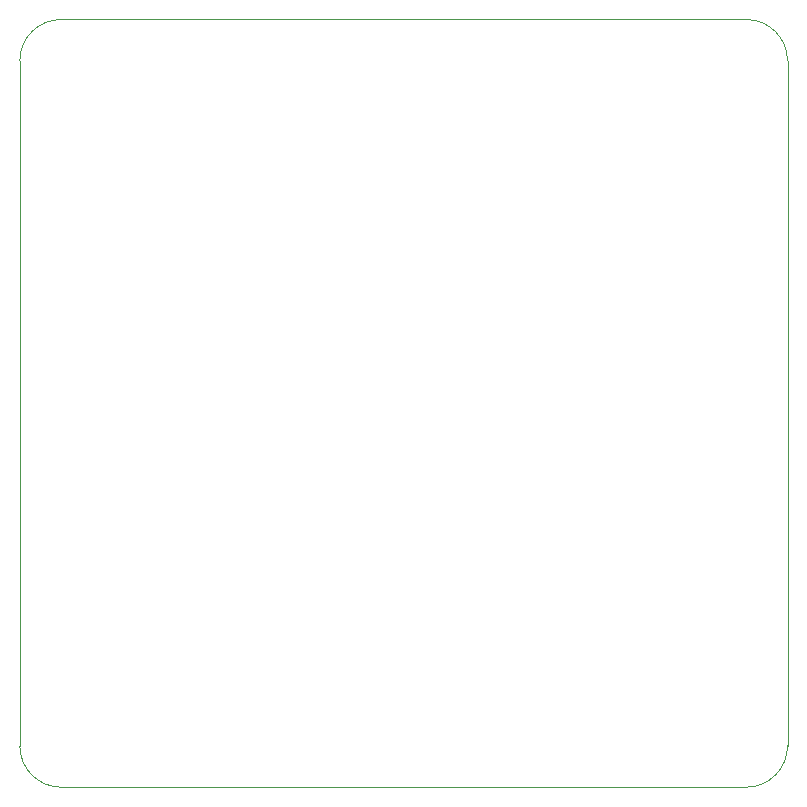
<source format=gbr>
G04 #@! TF.GenerationSoftware,KiCad,Pcbnew,(5.1.8)-1*
G04 #@! TF.CreationDate,2020-11-12T22:50:39-08:00*
G04 #@! TF.ProjectId,IRIS-power,49524953-2d70-46f7-9765-722e6b696361,rev?*
G04 #@! TF.SameCoordinates,Original*
G04 #@! TF.FileFunction,Profile,NP*
%FSLAX46Y46*%
G04 Gerber Fmt 4.6, Leading zero omitted, Abs format (unit mm)*
G04 Created by KiCad (PCBNEW (5.1.8)-1) date 2020-11-12 22:50:39*
%MOMM*%
%LPD*%
G01*
G04 APERTURE LIST*
G04 #@! TA.AperFunction,Profile*
%ADD10C,0.100000*%
G04 #@! TD*
G04 APERTURE END LIST*
D10*
X0Y29000000D02*
X0Y-29000000D01*
X3500000Y32500000D02*
X61500000Y32500000D01*
X65000000Y29000000D02*
X65000000Y-29000000D01*
X61500000Y-32500000D02*
X3500000Y-32500000D01*
X3500000Y-32500000D02*
G75*
G02*
X0Y-29000000I0J3500000D01*
G01*
X0Y29000000D02*
G75*
G02*
X3500000Y32500000I3500000J0D01*
G01*
X65000000Y-29000000D02*
G75*
G02*
X61500000Y-32500000I-3500000J0D01*
G01*
X61500000Y32500000D02*
G75*
G02*
X65000000Y29000000I0J-3500000D01*
G01*
M02*

</source>
